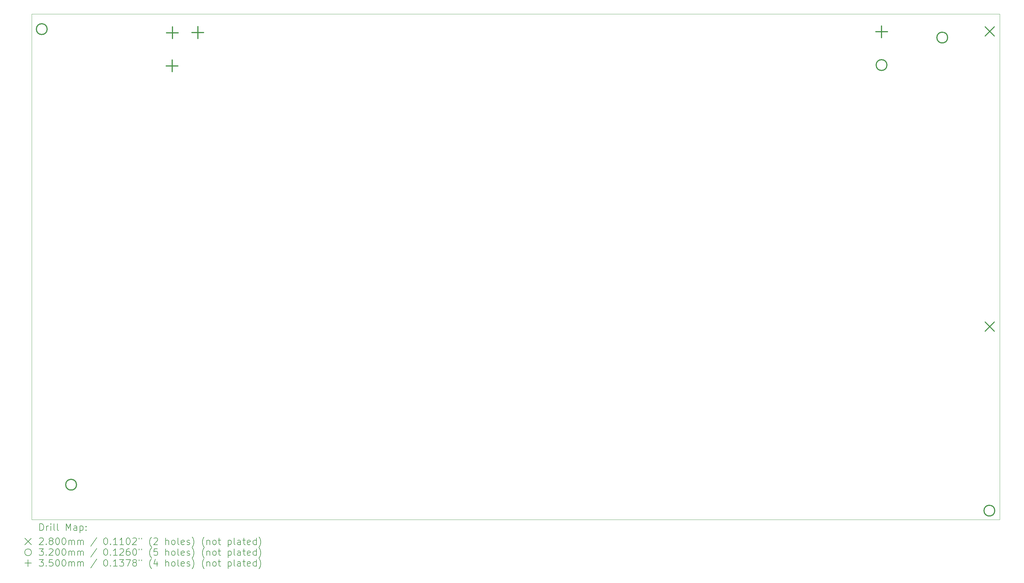
<source format=gbr>
%TF.GenerationSoftware,KiCad,Pcbnew,7.0.1*%
%TF.CreationDate,2024-03-20T10:55:28+03:00*%
%TF.ProjectId,delta48m,64656c74-6134-4386-9d2e-6b696361645f,1*%
%TF.SameCoordinates,Original*%
%TF.FileFunction,Drillmap*%
%TF.FilePolarity,Positive*%
%FSLAX45Y45*%
G04 Gerber Fmt 4.5, Leading zero omitted, Abs format (unit mm)*
G04 Created by KiCad (PCBNEW 7.0.1) date 2024-03-20 10:55:28*
%MOMM*%
%LPD*%
G01*
G04 APERTURE LIST*
%ADD10C,0.100000*%
%ADD11C,0.200000*%
%ADD12C,0.280000*%
%ADD13C,0.320000*%
%ADD14C,0.350000*%
G04 APERTURE END LIST*
D10*
X6960000Y-7140000D02*
X35660000Y-7140000D01*
X35660000Y-22140000D01*
X6960000Y-22140000D01*
X6960000Y-7140000D01*
D11*
D12*
X35225900Y-7516000D02*
X35505900Y-7796000D01*
X35505900Y-7516000D02*
X35225900Y-7796000D01*
X35225900Y-16266000D02*
X35505900Y-16546000D01*
X35505900Y-16266000D02*
X35225900Y-16546000D01*
D13*
X7420000Y-7590000D02*
G75*
G03*
X7420000Y-7590000I-160000J0D01*
G01*
X8290000Y-21100000D02*
G75*
G03*
X8290000Y-21100000I-160000J0D01*
G01*
X32319520Y-8655680D02*
G75*
G03*
X32319520Y-8655680I-160000J0D01*
G01*
X34120000Y-7840000D02*
G75*
G03*
X34120000Y-7840000I-160000J0D01*
G01*
X35516800Y-21869400D02*
G75*
G03*
X35516800Y-21869400I-160000J0D01*
G01*
D14*
X11125780Y-8503380D02*
X11125780Y-8853380D01*
X10950780Y-8678380D02*
X11300780Y-8678380D01*
X11133400Y-7523100D02*
X11133400Y-7873100D01*
X10958400Y-7698100D02*
X11308400Y-7698100D01*
X11887780Y-7518020D02*
X11887780Y-7868020D01*
X11712780Y-7693020D02*
X12062780Y-7693020D01*
X32160000Y-7495000D02*
X32160000Y-7845000D01*
X31985000Y-7670000D02*
X32335000Y-7670000D01*
D11*
X7202619Y-22457524D02*
X7202619Y-22257524D01*
X7202619Y-22257524D02*
X7250238Y-22257524D01*
X7250238Y-22257524D02*
X7278809Y-22267048D01*
X7278809Y-22267048D02*
X7297857Y-22286095D01*
X7297857Y-22286095D02*
X7307381Y-22305143D01*
X7307381Y-22305143D02*
X7316905Y-22343238D01*
X7316905Y-22343238D02*
X7316905Y-22371809D01*
X7316905Y-22371809D02*
X7307381Y-22409905D01*
X7307381Y-22409905D02*
X7297857Y-22428952D01*
X7297857Y-22428952D02*
X7278809Y-22448000D01*
X7278809Y-22448000D02*
X7250238Y-22457524D01*
X7250238Y-22457524D02*
X7202619Y-22457524D01*
X7402619Y-22457524D02*
X7402619Y-22324190D01*
X7402619Y-22362286D02*
X7412143Y-22343238D01*
X7412143Y-22343238D02*
X7421667Y-22333714D01*
X7421667Y-22333714D02*
X7440714Y-22324190D01*
X7440714Y-22324190D02*
X7459762Y-22324190D01*
X7526428Y-22457524D02*
X7526428Y-22324190D01*
X7526428Y-22257524D02*
X7516905Y-22267048D01*
X7516905Y-22267048D02*
X7526428Y-22276571D01*
X7526428Y-22276571D02*
X7535952Y-22267048D01*
X7535952Y-22267048D02*
X7526428Y-22257524D01*
X7526428Y-22257524D02*
X7526428Y-22276571D01*
X7650238Y-22457524D02*
X7631190Y-22448000D01*
X7631190Y-22448000D02*
X7621667Y-22428952D01*
X7621667Y-22428952D02*
X7621667Y-22257524D01*
X7755000Y-22457524D02*
X7735952Y-22448000D01*
X7735952Y-22448000D02*
X7726428Y-22428952D01*
X7726428Y-22428952D02*
X7726428Y-22257524D01*
X7983571Y-22457524D02*
X7983571Y-22257524D01*
X7983571Y-22257524D02*
X8050238Y-22400381D01*
X8050238Y-22400381D02*
X8116905Y-22257524D01*
X8116905Y-22257524D02*
X8116905Y-22457524D01*
X8297857Y-22457524D02*
X8297857Y-22352762D01*
X8297857Y-22352762D02*
X8288333Y-22333714D01*
X8288333Y-22333714D02*
X8269286Y-22324190D01*
X8269286Y-22324190D02*
X8231190Y-22324190D01*
X8231190Y-22324190D02*
X8212143Y-22333714D01*
X8297857Y-22448000D02*
X8278809Y-22457524D01*
X8278809Y-22457524D02*
X8231190Y-22457524D01*
X8231190Y-22457524D02*
X8212143Y-22448000D01*
X8212143Y-22448000D02*
X8202619Y-22428952D01*
X8202619Y-22428952D02*
X8202619Y-22409905D01*
X8202619Y-22409905D02*
X8212143Y-22390857D01*
X8212143Y-22390857D02*
X8231190Y-22381333D01*
X8231190Y-22381333D02*
X8278809Y-22381333D01*
X8278809Y-22381333D02*
X8297857Y-22371809D01*
X8393095Y-22324190D02*
X8393095Y-22524190D01*
X8393095Y-22333714D02*
X8412143Y-22324190D01*
X8412143Y-22324190D02*
X8450238Y-22324190D01*
X8450238Y-22324190D02*
X8469286Y-22333714D01*
X8469286Y-22333714D02*
X8478810Y-22343238D01*
X8478810Y-22343238D02*
X8488333Y-22362286D01*
X8488333Y-22362286D02*
X8488333Y-22419428D01*
X8488333Y-22419428D02*
X8478810Y-22438476D01*
X8478810Y-22438476D02*
X8469286Y-22448000D01*
X8469286Y-22448000D02*
X8450238Y-22457524D01*
X8450238Y-22457524D02*
X8412143Y-22457524D01*
X8412143Y-22457524D02*
X8393095Y-22448000D01*
X8574048Y-22438476D02*
X8583571Y-22448000D01*
X8583571Y-22448000D02*
X8574048Y-22457524D01*
X8574048Y-22457524D02*
X8564524Y-22448000D01*
X8564524Y-22448000D02*
X8574048Y-22438476D01*
X8574048Y-22438476D02*
X8574048Y-22457524D01*
X8574048Y-22333714D02*
X8583571Y-22343238D01*
X8583571Y-22343238D02*
X8574048Y-22352762D01*
X8574048Y-22352762D02*
X8564524Y-22343238D01*
X8564524Y-22343238D02*
X8574048Y-22333714D01*
X8574048Y-22333714D02*
X8574048Y-22352762D01*
X6755000Y-22685000D02*
X6955000Y-22885000D01*
X6955000Y-22685000D02*
X6755000Y-22885000D01*
X7193095Y-22696571D02*
X7202619Y-22687048D01*
X7202619Y-22687048D02*
X7221667Y-22677524D01*
X7221667Y-22677524D02*
X7269286Y-22677524D01*
X7269286Y-22677524D02*
X7288333Y-22687048D01*
X7288333Y-22687048D02*
X7297857Y-22696571D01*
X7297857Y-22696571D02*
X7307381Y-22715619D01*
X7307381Y-22715619D02*
X7307381Y-22734667D01*
X7307381Y-22734667D02*
X7297857Y-22763238D01*
X7297857Y-22763238D02*
X7183571Y-22877524D01*
X7183571Y-22877524D02*
X7307381Y-22877524D01*
X7393095Y-22858476D02*
X7402619Y-22868000D01*
X7402619Y-22868000D02*
X7393095Y-22877524D01*
X7393095Y-22877524D02*
X7383571Y-22868000D01*
X7383571Y-22868000D02*
X7393095Y-22858476D01*
X7393095Y-22858476D02*
X7393095Y-22877524D01*
X7516905Y-22763238D02*
X7497857Y-22753714D01*
X7497857Y-22753714D02*
X7488333Y-22744190D01*
X7488333Y-22744190D02*
X7478809Y-22725143D01*
X7478809Y-22725143D02*
X7478809Y-22715619D01*
X7478809Y-22715619D02*
X7488333Y-22696571D01*
X7488333Y-22696571D02*
X7497857Y-22687048D01*
X7497857Y-22687048D02*
X7516905Y-22677524D01*
X7516905Y-22677524D02*
X7555000Y-22677524D01*
X7555000Y-22677524D02*
X7574048Y-22687048D01*
X7574048Y-22687048D02*
X7583571Y-22696571D01*
X7583571Y-22696571D02*
X7593095Y-22715619D01*
X7593095Y-22715619D02*
X7593095Y-22725143D01*
X7593095Y-22725143D02*
X7583571Y-22744190D01*
X7583571Y-22744190D02*
X7574048Y-22753714D01*
X7574048Y-22753714D02*
X7555000Y-22763238D01*
X7555000Y-22763238D02*
X7516905Y-22763238D01*
X7516905Y-22763238D02*
X7497857Y-22772762D01*
X7497857Y-22772762D02*
X7488333Y-22782286D01*
X7488333Y-22782286D02*
X7478809Y-22801333D01*
X7478809Y-22801333D02*
X7478809Y-22839428D01*
X7478809Y-22839428D02*
X7488333Y-22858476D01*
X7488333Y-22858476D02*
X7497857Y-22868000D01*
X7497857Y-22868000D02*
X7516905Y-22877524D01*
X7516905Y-22877524D02*
X7555000Y-22877524D01*
X7555000Y-22877524D02*
X7574048Y-22868000D01*
X7574048Y-22868000D02*
X7583571Y-22858476D01*
X7583571Y-22858476D02*
X7593095Y-22839428D01*
X7593095Y-22839428D02*
X7593095Y-22801333D01*
X7593095Y-22801333D02*
X7583571Y-22782286D01*
X7583571Y-22782286D02*
X7574048Y-22772762D01*
X7574048Y-22772762D02*
X7555000Y-22763238D01*
X7716905Y-22677524D02*
X7735952Y-22677524D01*
X7735952Y-22677524D02*
X7755000Y-22687048D01*
X7755000Y-22687048D02*
X7764524Y-22696571D01*
X7764524Y-22696571D02*
X7774048Y-22715619D01*
X7774048Y-22715619D02*
X7783571Y-22753714D01*
X7783571Y-22753714D02*
X7783571Y-22801333D01*
X7783571Y-22801333D02*
X7774048Y-22839428D01*
X7774048Y-22839428D02*
X7764524Y-22858476D01*
X7764524Y-22858476D02*
X7755000Y-22868000D01*
X7755000Y-22868000D02*
X7735952Y-22877524D01*
X7735952Y-22877524D02*
X7716905Y-22877524D01*
X7716905Y-22877524D02*
X7697857Y-22868000D01*
X7697857Y-22868000D02*
X7688333Y-22858476D01*
X7688333Y-22858476D02*
X7678809Y-22839428D01*
X7678809Y-22839428D02*
X7669286Y-22801333D01*
X7669286Y-22801333D02*
X7669286Y-22753714D01*
X7669286Y-22753714D02*
X7678809Y-22715619D01*
X7678809Y-22715619D02*
X7688333Y-22696571D01*
X7688333Y-22696571D02*
X7697857Y-22687048D01*
X7697857Y-22687048D02*
X7716905Y-22677524D01*
X7907381Y-22677524D02*
X7926429Y-22677524D01*
X7926429Y-22677524D02*
X7945476Y-22687048D01*
X7945476Y-22687048D02*
X7955000Y-22696571D01*
X7955000Y-22696571D02*
X7964524Y-22715619D01*
X7964524Y-22715619D02*
X7974048Y-22753714D01*
X7974048Y-22753714D02*
X7974048Y-22801333D01*
X7974048Y-22801333D02*
X7964524Y-22839428D01*
X7964524Y-22839428D02*
X7955000Y-22858476D01*
X7955000Y-22858476D02*
X7945476Y-22868000D01*
X7945476Y-22868000D02*
X7926429Y-22877524D01*
X7926429Y-22877524D02*
X7907381Y-22877524D01*
X7907381Y-22877524D02*
X7888333Y-22868000D01*
X7888333Y-22868000D02*
X7878809Y-22858476D01*
X7878809Y-22858476D02*
X7869286Y-22839428D01*
X7869286Y-22839428D02*
X7859762Y-22801333D01*
X7859762Y-22801333D02*
X7859762Y-22753714D01*
X7859762Y-22753714D02*
X7869286Y-22715619D01*
X7869286Y-22715619D02*
X7878809Y-22696571D01*
X7878809Y-22696571D02*
X7888333Y-22687048D01*
X7888333Y-22687048D02*
X7907381Y-22677524D01*
X8059762Y-22877524D02*
X8059762Y-22744190D01*
X8059762Y-22763238D02*
X8069286Y-22753714D01*
X8069286Y-22753714D02*
X8088333Y-22744190D01*
X8088333Y-22744190D02*
X8116905Y-22744190D01*
X8116905Y-22744190D02*
X8135952Y-22753714D01*
X8135952Y-22753714D02*
X8145476Y-22772762D01*
X8145476Y-22772762D02*
X8145476Y-22877524D01*
X8145476Y-22772762D02*
X8155000Y-22753714D01*
X8155000Y-22753714D02*
X8174048Y-22744190D01*
X8174048Y-22744190D02*
X8202619Y-22744190D01*
X8202619Y-22744190D02*
X8221667Y-22753714D01*
X8221667Y-22753714D02*
X8231190Y-22772762D01*
X8231190Y-22772762D02*
X8231190Y-22877524D01*
X8326429Y-22877524D02*
X8326429Y-22744190D01*
X8326429Y-22763238D02*
X8335952Y-22753714D01*
X8335952Y-22753714D02*
X8355000Y-22744190D01*
X8355000Y-22744190D02*
X8383571Y-22744190D01*
X8383571Y-22744190D02*
X8402619Y-22753714D01*
X8402619Y-22753714D02*
X8412143Y-22772762D01*
X8412143Y-22772762D02*
X8412143Y-22877524D01*
X8412143Y-22772762D02*
X8421667Y-22753714D01*
X8421667Y-22753714D02*
X8440714Y-22744190D01*
X8440714Y-22744190D02*
X8469286Y-22744190D01*
X8469286Y-22744190D02*
X8488333Y-22753714D01*
X8488333Y-22753714D02*
X8497857Y-22772762D01*
X8497857Y-22772762D02*
X8497857Y-22877524D01*
X8888333Y-22668000D02*
X8716905Y-22925143D01*
X9145476Y-22677524D02*
X9164524Y-22677524D01*
X9164524Y-22677524D02*
X9183572Y-22687048D01*
X9183572Y-22687048D02*
X9193095Y-22696571D01*
X9193095Y-22696571D02*
X9202619Y-22715619D01*
X9202619Y-22715619D02*
X9212143Y-22753714D01*
X9212143Y-22753714D02*
X9212143Y-22801333D01*
X9212143Y-22801333D02*
X9202619Y-22839428D01*
X9202619Y-22839428D02*
X9193095Y-22858476D01*
X9193095Y-22858476D02*
X9183572Y-22868000D01*
X9183572Y-22868000D02*
X9164524Y-22877524D01*
X9164524Y-22877524D02*
X9145476Y-22877524D01*
X9145476Y-22877524D02*
X9126429Y-22868000D01*
X9126429Y-22868000D02*
X9116905Y-22858476D01*
X9116905Y-22858476D02*
X9107381Y-22839428D01*
X9107381Y-22839428D02*
X9097857Y-22801333D01*
X9097857Y-22801333D02*
X9097857Y-22753714D01*
X9097857Y-22753714D02*
X9107381Y-22715619D01*
X9107381Y-22715619D02*
X9116905Y-22696571D01*
X9116905Y-22696571D02*
X9126429Y-22687048D01*
X9126429Y-22687048D02*
X9145476Y-22677524D01*
X9297857Y-22858476D02*
X9307381Y-22868000D01*
X9307381Y-22868000D02*
X9297857Y-22877524D01*
X9297857Y-22877524D02*
X9288334Y-22868000D01*
X9288334Y-22868000D02*
X9297857Y-22858476D01*
X9297857Y-22858476D02*
X9297857Y-22877524D01*
X9497857Y-22877524D02*
X9383572Y-22877524D01*
X9440714Y-22877524D02*
X9440714Y-22677524D01*
X9440714Y-22677524D02*
X9421667Y-22706095D01*
X9421667Y-22706095D02*
X9402619Y-22725143D01*
X9402619Y-22725143D02*
X9383572Y-22734667D01*
X9688334Y-22877524D02*
X9574048Y-22877524D01*
X9631191Y-22877524D02*
X9631191Y-22677524D01*
X9631191Y-22677524D02*
X9612143Y-22706095D01*
X9612143Y-22706095D02*
X9593095Y-22725143D01*
X9593095Y-22725143D02*
X9574048Y-22734667D01*
X9812143Y-22677524D02*
X9831191Y-22677524D01*
X9831191Y-22677524D02*
X9850238Y-22687048D01*
X9850238Y-22687048D02*
X9859762Y-22696571D01*
X9859762Y-22696571D02*
X9869286Y-22715619D01*
X9869286Y-22715619D02*
X9878810Y-22753714D01*
X9878810Y-22753714D02*
X9878810Y-22801333D01*
X9878810Y-22801333D02*
X9869286Y-22839428D01*
X9869286Y-22839428D02*
X9859762Y-22858476D01*
X9859762Y-22858476D02*
X9850238Y-22868000D01*
X9850238Y-22868000D02*
X9831191Y-22877524D01*
X9831191Y-22877524D02*
X9812143Y-22877524D01*
X9812143Y-22877524D02*
X9793095Y-22868000D01*
X9793095Y-22868000D02*
X9783572Y-22858476D01*
X9783572Y-22858476D02*
X9774048Y-22839428D01*
X9774048Y-22839428D02*
X9764524Y-22801333D01*
X9764524Y-22801333D02*
X9764524Y-22753714D01*
X9764524Y-22753714D02*
X9774048Y-22715619D01*
X9774048Y-22715619D02*
X9783572Y-22696571D01*
X9783572Y-22696571D02*
X9793095Y-22687048D01*
X9793095Y-22687048D02*
X9812143Y-22677524D01*
X9955000Y-22696571D02*
X9964524Y-22687048D01*
X9964524Y-22687048D02*
X9983572Y-22677524D01*
X9983572Y-22677524D02*
X10031191Y-22677524D01*
X10031191Y-22677524D02*
X10050238Y-22687048D01*
X10050238Y-22687048D02*
X10059762Y-22696571D01*
X10059762Y-22696571D02*
X10069286Y-22715619D01*
X10069286Y-22715619D02*
X10069286Y-22734667D01*
X10069286Y-22734667D02*
X10059762Y-22763238D01*
X10059762Y-22763238D02*
X9945476Y-22877524D01*
X9945476Y-22877524D02*
X10069286Y-22877524D01*
X10145476Y-22677524D02*
X10145476Y-22715619D01*
X10221667Y-22677524D02*
X10221667Y-22715619D01*
X10516905Y-22953714D02*
X10507381Y-22944190D01*
X10507381Y-22944190D02*
X10488334Y-22915619D01*
X10488334Y-22915619D02*
X10478810Y-22896571D01*
X10478810Y-22896571D02*
X10469286Y-22868000D01*
X10469286Y-22868000D02*
X10459762Y-22820381D01*
X10459762Y-22820381D02*
X10459762Y-22782286D01*
X10459762Y-22782286D02*
X10469286Y-22734667D01*
X10469286Y-22734667D02*
X10478810Y-22706095D01*
X10478810Y-22706095D02*
X10488334Y-22687048D01*
X10488334Y-22687048D02*
X10507381Y-22658476D01*
X10507381Y-22658476D02*
X10516905Y-22648952D01*
X10583572Y-22696571D02*
X10593096Y-22687048D01*
X10593096Y-22687048D02*
X10612143Y-22677524D01*
X10612143Y-22677524D02*
X10659762Y-22677524D01*
X10659762Y-22677524D02*
X10678810Y-22687048D01*
X10678810Y-22687048D02*
X10688334Y-22696571D01*
X10688334Y-22696571D02*
X10697857Y-22715619D01*
X10697857Y-22715619D02*
X10697857Y-22734667D01*
X10697857Y-22734667D02*
X10688334Y-22763238D01*
X10688334Y-22763238D02*
X10574048Y-22877524D01*
X10574048Y-22877524D02*
X10697857Y-22877524D01*
X10935953Y-22877524D02*
X10935953Y-22677524D01*
X11021667Y-22877524D02*
X11021667Y-22772762D01*
X11021667Y-22772762D02*
X11012143Y-22753714D01*
X11012143Y-22753714D02*
X10993096Y-22744190D01*
X10993096Y-22744190D02*
X10964524Y-22744190D01*
X10964524Y-22744190D02*
X10945477Y-22753714D01*
X10945477Y-22753714D02*
X10935953Y-22763238D01*
X11145477Y-22877524D02*
X11126429Y-22868000D01*
X11126429Y-22868000D02*
X11116905Y-22858476D01*
X11116905Y-22858476D02*
X11107381Y-22839428D01*
X11107381Y-22839428D02*
X11107381Y-22782286D01*
X11107381Y-22782286D02*
X11116905Y-22763238D01*
X11116905Y-22763238D02*
X11126429Y-22753714D01*
X11126429Y-22753714D02*
X11145477Y-22744190D01*
X11145477Y-22744190D02*
X11174048Y-22744190D01*
X11174048Y-22744190D02*
X11193096Y-22753714D01*
X11193096Y-22753714D02*
X11202619Y-22763238D01*
X11202619Y-22763238D02*
X11212143Y-22782286D01*
X11212143Y-22782286D02*
X11212143Y-22839428D01*
X11212143Y-22839428D02*
X11202619Y-22858476D01*
X11202619Y-22858476D02*
X11193096Y-22868000D01*
X11193096Y-22868000D02*
X11174048Y-22877524D01*
X11174048Y-22877524D02*
X11145477Y-22877524D01*
X11326429Y-22877524D02*
X11307381Y-22868000D01*
X11307381Y-22868000D02*
X11297857Y-22848952D01*
X11297857Y-22848952D02*
X11297857Y-22677524D01*
X11478810Y-22868000D02*
X11459762Y-22877524D01*
X11459762Y-22877524D02*
X11421667Y-22877524D01*
X11421667Y-22877524D02*
X11402619Y-22868000D01*
X11402619Y-22868000D02*
X11393096Y-22848952D01*
X11393096Y-22848952D02*
X11393096Y-22772762D01*
X11393096Y-22772762D02*
X11402619Y-22753714D01*
X11402619Y-22753714D02*
X11421667Y-22744190D01*
X11421667Y-22744190D02*
X11459762Y-22744190D01*
X11459762Y-22744190D02*
X11478810Y-22753714D01*
X11478810Y-22753714D02*
X11488334Y-22772762D01*
X11488334Y-22772762D02*
X11488334Y-22791809D01*
X11488334Y-22791809D02*
X11393096Y-22810857D01*
X11564524Y-22868000D02*
X11583572Y-22877524D01*
X11583572Y-22877524D02*
X11621667Y-22877524D01*
X11621667Y-22877524D02*
X11640715Y-22868000D01*
X11640715Y-22868000D02*
X11650238Y-22848952D01*
X11650238Y-22848952D02*
X11650238Y-22839428D01*
X11650238Y-22839428D02*
X11640715Y-22820381D01*
X11640715Y-22820381D02*
X11621667Y-22810857D01*
X11621667Y-22810857D02*
X11593096Y-22810857D01*
X11593096Y-22810857D02*
X11574048Y-22801333D01*
X11574048Y-22801333D02*
X11564524Y-22782286D01*
X11564524Y-22782286D02*
X11564524Y-22772762D01*
X11564524Y-22772762D02*
X11574048Y-22753714D01*
X11574048Y-22753714D02*
X11593096Y-22744190D01*
X11593096Y-22744190D02*
X11621667Y-22744190D01*
X11621667Y-22744190D02*
X11640715Y-22753714D01*
X11716905Y-22953714D02*
X11726429Y-22944190D01*
X11726429Y-22944190D02*
X11745477Y-22915619D01*
X11745477Y-22915619D02*
X11755000Y-22896571D01*
X11755000Y-22896571D02*
X11764524Y-22868000D01*
X11764524Y-22868000D02*
X11774048Y-22820381D01*
X11774048Y-22820381D02*
X11774048Y-22782286D01*
X11774048Y-22782286D02*
X11764524Y-22734667D01*
X11764524Y-22734667D02*
X11755000Y-22706095D01*
X11755000Y-22706095D02*
X11745477Y-22687048D01*
X11745477Y-22687048D02*
X11726429Y-22658476D01*
X11726429Y-22658476D02*
X11716905Y-22648952D01*
X12078810Y-22953714D02*
X12069286Y-22944190D01*
X12069286Y-22944190D02*
X12050238Y-22915619D01*
X12050238Y-22915619D02*
X12040715Y-22896571D01*
X12040715Y-22896571D02*
X12031191Y-22868000D01*
X12031191Y-22868000D02*
X12021667Y-22820381D01*
X12021667Y-22820381D02*
X12021667Y-22782286D01*
X12021667Y-22782286D02*
X12031191Y-22734667D01*
X12031191Y-22734667D02*
X12040715Y-22706095D01*
X12040715Y-22706095D02*
X12050238Y-22687048D01*
X12050238Y-22687048D02*
X12069286Y-22658476D01*
X12069286Y-22658476D02*
X12078810Y-22648952D01*
X12155000Y-22744190D02*
X12155000Y-22877524D01*
X12155000Y-22763238D02*
X12164524Y-22753714D01*
X12164524Y-22753714D02*
X12183572Y-22744190D01*
X12183572Y-22744190D02*
X12212143Y-22744190D01*
X12212143Y-22744190D02*
X12231191Y-22753714D01*
X12231191Y-22753714D02*
X12240715Y-22772762D01*
X12240715Y-22772762D02*
X12240715Y-22877524D01*
X12364524Y-22877524D02*
X12345477Y-22868000D01*
X12345477Y-22868000D02*
X12335953Y-22858476D01*
X12335953Y-22858476D02*
X12326429Y-22839428D01*
X12326429Y-22839428D02*
X12326429Y-22782286D01*
X12326429Y-22782286D02*
X12335953Y-22763238D01*
X12335953Y-22763238D02*
X12345477Y-22753714D01*
X12345477Y-22753714D02*
X12364524Y-22744190D01*
X12364524Y-22744190D02*
X12393096Y-22744190D01*
X12393096Y-22744190D02*
X12412143Y-22753714D01*
X12412143Y-22753714D02*
X12421667Y-22763238D01*
X12421667Y-22763238D02*
X12431191Y-22782286D01*
X12431191Y-22782286D02*
X12431191Y-22839428D01*
X12431191Y-22839428D02*
X12421667Y-22858476D01*
X12421667Y-22858476D02*
X12412143Y-22868000D01*
X12412143Y-22868000D02*
X12393096Y-22877524D01*
X12393096Y-22877524D02*
X12364524Y-22877524D01*
X12488334Y-22744190D02*
X12564524Y-22744190D01*
X12516905Y-22677524D02*
X12516905Y-22848952D01*
X12516905Y-22848952D02*
X12526429Y-22868000D01*
X12526429Y-22868000D02*
X12545477Y-22877524D01*
X12545477Y-22877524D02*
X12564524Y-22877524D01*
X12783572Y-22744190D02*
X12783572Y-22944190D01*
X12783572Y-22753714D02*
X12802619Y-22744190D01*
X12802619Y-22744190D02*
X12840715Y-22744190D01*
X12840715Y-22744190D02*
X12859762Y-22753714D01*
X12859762Y-22753714D02*
X12869286Y-22763238D01*
X12869286Y-22763238D02*
X12878810Y-22782286D01*
X12878810Y-22782286D02*
X12878810Y-22839428D01*
X12878810Y-22839428D02*
X12869286Y-22858476D01*
X12869286Y-22858476D02*
X12859762Y-22868000D01*
X12859762Y-22868000D02*
X12840715Y-22877524D01*
X12840715Y-22877524D02*
X12802619Y-22877524D01*
X12802619Y-22877524D02*
X12783572Y-22868000D01*
X12993096Y-22877524D02*
X12974048Y-22868000D01*
X12974048Y-22868000D02*
X12964524Y-22848952D01*
X12964524Y-22848952D02*
X12964524Y-22677524D01*
X13155000Y-22877524D02*
X13155000Y-22772762D01*
X13155000Y-22772762D02*
X13145477Y-22753714D01*
X13145477Y-22753714D02*
X13126429Y-22744190D01*
X13126429Y-22744190D02*
X13088334Y-22744190D01*
X13088334Y-22744190D02*
X13069286Y-22753714D01*
X13155000Y-22868000D02*
X13135953Y-22877524D01*
X13135953Y-22877524D02*
X13088334Y-22877524D01*
X13088334Y-22877524D02*
X13069286Y-22868000D01*
X13069286Y-22868000D02*
X13059762Y-22848952D01*
X13059762Y-22848952D02*
X13059762Y-22829905D01*
X13059762Y-22829905D02*
X13069286Y-22810857D01*
X13069286Y-22810857D02*
X13088334Y-22801333D01*
X13088334Y-22801333D02*
X13135953Y-22801333D01*
X13135953Y-22801333D02*
X13155000Y-22791809D01*
X13221667Y-22744190D02*
X13297858Y-22744190D01*
X13250239Y-22677524D02*
X13250239Y-22848952D01*
X13250239Y-22848952D02*
X13259762Y-22868000D01*
X13259762Y-22868000D02*
X13278810Y-22877524D01*
X13278810Y-22877524D02*
X13297858Y-22877524D01*
X13440715Y-22868000D02*
X13421667Y-22877524D01*
X13421667Y-22877524D02*
X13383572Y-22877524D01*
X13383572Y-22877524D02*
X13364524Y-22868000D01*
X13364524Y-22868000D02*
X13355000Y-22848952D01*
X13355000Y-22848952D02*
X13355000Y-22772762D01*
X13355000Y-22772762D02*
X13364524Y-22753714D01*
X13364524Y-22753714D02*
X13383572Y-22744190D01*
X13383572Y-22744190D02*
X13421667Y-22744190D01*
X13421667Y-22744190D02*
X13440715Y-22753714D01*
X13440715Y-22753714D02*
X13450239Y-22772762D01*
X13450239Y-22772762D02*
X13450239Y-22791809D01*
X13450239Y-22791809D02*
X13355000Y-22810857D01*
X13621667Y-22877524D02*
X13621667Y-22677524D01*
X13621667Y-22868000D02*
X13602620Y-22877524D01*
X13602620Y-22877524D02*
X13564524Y-22877524D01*
X13564524Y-22877524D02*
X13545477Y-22868000D01*
X13545477Y-22868000D02*
X13535953Y-22858476D01*
X13535953Y-22858476D02*
X13526429Y-22839428D01*
X13526429Y-22839428D02*
X13526429Y-22782286D01*
X13526429Y-22782286D02*
X13535953Y-22763238D01*
X13535953Y-22763238D02*
X13545477Y-22753714D01*
X13545477Y-22753714D02*
X13564524Y-22744190D01*
X13564524Y-22744190D02*
X13602620Y-22744190D01*
X13602620Y-22744190D02*
X13621667Y-22753714D01*
X13697858Y-22953714D02*
X13707381Y-22944190D01*
X13707381Y-22944190D02*
X13726429Y-22915619D01*
X13726429Y-22915619D02*
X13735953Y-22896571D01*
X13735953Y-22896571D02*
X13745477Y-22868000D01*
X13745477Y-22868000D02*
X13755000Y-22820381D01*
X13755000Y-22820381D02*
X13755000Y-22782286D01*
X13755000Y-22782286D02*
X13745477Y-22734667D01*
X13745477Y-22734667D02*
X13735953Y-22706095D01*
X13735953Y-22706095D02*
X13726429Y-22687048D01*
X13726429Y-22687048D02*
X13707381Y-22658476D01*
X13707381Y-22658476D02*
X13697858Y-22648952D01*
X6955000Y-23105000D02*
G75*
G03*
X6955000Y-23105000I-100000J0D01*
G01*
X7183571Y-22997524D02*
X7307381Y-22997524D01*
X7307381Y-22997524D02*
X7240714Y-23073714D01*
X7240714Y-23073714D02*
X7269286Y-23073714D01*
X7269286Y-23073714D02*
X7288333Y-23083238D01*
X7288333Y-23083238D02*
X7297857Y-23092762D01*
X7297857Y-23092762D02*
X7307381Y-23111809D01*
X7307381Y-23111809D02*
X7307381Y-23159428D01*
X7307381Y-23159428D02*
X7297857Y-23178476D01*
X7297857Y-23178476D02*
X7288333Y-23188000D01*
X7288333Y-23188000D02*
X7269286Y-23197524D01*
X7269286Y-23197524D02*
X7212143Y-23197524D01*
X7212143Y-23197524D02*
X7193095Y-23188000D01*
X7193095Y-23188000D02*
X7183571Y-23178476D01*
X7393095Y-23178476D02*
X7402619Y-23188000D01*
X7402619Y-23188000D02*
X7393095Y-23197524D01*
X7393095Y-23197524D02*
X7383571Y-23188000D01*
X7383571Y-23188000D02*
X7393095Y-23178476D01*
X7393095Y-23178476D02*
X7393095Y-23197524D01*
X7478809Y-23016571D02*
X7488333Y-23007048D01*
X7488333Y-23007048D02*
X7507381Y-22997524D01*
X7507381Y-22997524D02*
X7555000Y-22997524D01*
X7555000Y-22997524D02*
X7574048Y-23007048D01*
X7574048Y-23007048D02*
X7583571Y-23016571D01*
X7583571Y-23016571D02*
X7593095Y-23035619D01*
X7593095Y-23035619D02*
X7593095Y-23054667D01*
X7593095Y-23054667D02*
X7583571Y-23083238D01*
X7583571Y-23083238D02*
X7469286Y-23197524D01*
X7469286Y-23197524D02*
X7593095Y-23197524D01*
X7716905Y-22997524D02*
X7735952Y-22997524D01*
X7735952Y-22997524D02*
X7755000Y-23007048D01*
X7755000Y-23007048D02*
X7764524Y-23016571D01*
X7764524Y-23016571D02*
X7774048Y-23035619D01*
X7774048Y-23035619D02*
X7783571Y-23073714D01*
X7783571Y-23073714D02*
X7783571Y-23121333D01*
X7783571Y-23121333D02*
X7774048Y-23159428D01*
X7774048Y-23159428D02*
X7764524Y-23178476D01*
X7764524Y-23178476D02*
X7755000Y-23188000D01*
X7755000Y-23188000D02*
X7735952Y-23197524D01*
X7735952Y-23197524D02*
X7716905Y-23197524D01*
X7716905Y-23197524D02*
X7697857Y-23188000D01*
X7697857Y-23188000D02*
X7688333Y-23178476D01*
X7688333Y-23178476D02*
X7678809Y-23159428D01*
X7678809Y-23159428D02*
X7669286Y-23121333D01*
X7669286Y-23121333D02*
X7669286Y-23073714D01*
X7669286Y-23073714D02*
X7678809Y-23035619D01*
X7678809Y-23035619D02*
X7688333Y-23016571D01*
X7688333Y-23016571D02*
X7697857Y-23007048D01*
X7697857Y-23007048D02*
X7716905Y-22997524D01*
X7907381Y-22997524D02*
X7926429Y-22997524D01*
X7926429Y-22997524D02*
X7945476Y-23007048D01*
X7945476Y-23007048D02*
X7955000Y-23016571D01*
X7955000Y-23016571D02*
X7964524Y-23035619D01*
X7964524Y-23035619D02*
X7974048Y-23073714D01*
X7974048Y-23073714D02*
X7974048Y-23121333D01*
X7974048Y-23121333D02*
X7964524Y-23159428D01*
X7964524Y-23159428D02*
X7955000Y-23178476D01*
X7955000Y-23178476D02*
X7945476Y-23188000D01*
X7945476Y-23188000D02*
X7926429Y-23197524D01*
X7926429Y-23197524D02*
X7907381Y-23197524D01*
X7907381Y-23197524D02*
X7888333Y-23188000D01*
X7888333Y-23188000D02*
X7878809Y-23178476D01*
X7878809Y-23178476D02*
X7869286Y-23159428D01*
X7869286Y-23159428D02*
X7859762Y-23121333D01*
X7859762Y-23121333D02*
X7859762Y-23073714D01*
X7859762Y-23073714D02*
X7869286Y-23035619D01*
X7869286Y-23035619D02*
X7878809Y-23016571D01*
X7878809Y-23016571D02*
X7888333Y-23007048D01*
X7888333Y-23007048D02*
X7907381Y-22997524D01*
X8059762Y-23197524D02*
X8059762Y-23064190D01*
X8059762Y-23083238D02*
X8069286Y-23073714D01*
X8069286Y-23073714D02*
X8088333Y-23064190D01*
X8088333Y-23064190D02*
X8116905Y-23064190D01*
X8116905Y-23064190D02*
X8135952Y-23073714D01*
X8135952Y-23073714D02*
X8145476Y-23092762D01*
X8145476Y-23092762D02*
X8145476Y-23197524D01*
X8145476Y-23092762D02*
X8155000Y-23073714D01*
X8155000Y-23073714D02*
X8174048Y-23064190D01*
X8174048Y-23064190D02*
X8202619Y-23064190D01*
X8202619Y-23064190D02*
X8221667Y-23073714D01*
X8221667Y-23073714D02*
X8231190Y-23092762D01*
X8231190Y-23092762D02*
X8231190Y-23197524D01*
X8326429Y-23197524D02*
X8326429Y-23064190D01*
X8326429Y-23083238D02*
X8335952Y-23073714D01*
X8335952Y-23073714D02*
X8355000Y-23064190D01*
X8355000Y-23064190D02*
X8383571Y-23064190D01*
X8383571Y-23064190D02*
X8402619Y-23073714D01*
X8402619Y-23073714D02*
X8412143Y-23092762D01*
X8412143Y-23092762D02*
X8412143Y-23197524D01*
X8412143Y-23092762D02*
X8421667Y-23073714D01*
X8421667Y-23073714D02*
X8440714Y-23064190D01*
X8440714Y-23064190D02*
X8469286Y-23064190D01*
X8469286Y-23064190D02*
X8488333Y-23073714D01*
X8488333Y-23073714D02*
X8497857Y-23092762D01*
X8497857Y-23092762D02*
X8497857Y-23197524D01*
X8888333Y-22988000D02*
X8716905Y-23245143D01*
X9145476Y-22997524D02*
X9164524Y-22997524D01*
X9164524Y-22997524D02*
X9183572Y-23007048D01*
X9183572Y-23007048D02*
X9193095Y-23016571D01*
X9193095Y-23016571D02*
X9202619Y-23035619D01*
X9202619Y-23035619D02*
X9212143Y-23073714D01*
X9212143Y-23073714D02*
X9212143Y-23121333D01*
X9212143Y-23121333D02*
X9202619Y-23159428D01*
X9202619Y-23159428D02*
X9193095Y-23178476D01*
X9193095Y-23178476D02*
X9183572Y-23188000D01*
X9183572Y-23188000D02*
X9164524Y-23197524D01*
X9164524Y-23197524D02*
X9145476Y-23197524D01*
X9145476Y-23197524D02*
X9126429Y-23188000D01*
X9126429Y-23188000D02*
X9116905Y-23178476D01*
X9116905Y-23178476D02*
X9107381Y-23159428D01*
X9107381Y-23159428D02*
X9097857Y-23121333D01*
X9097857Y-23121333D02*
X9097857Y-23073714D01*
X9097857Y-23073714D02*
X9107381Y-23035619D01*
X9107381Y-23035619D02*
X9116905Y-23016571D01*
X9116905Y-23016571D02*
X9126429Y-23007048D01*
X9126429Y-23007048D02*
X9145476Y-22997524D01*
X9297857Y-23178476D02*
X9307381Y-23188000D01*
X9307381Y-23188000D02*
X9297857Y-23197524D01*
X9297857Y-23197524D02*
X9288334Y-23188000D01*
X9288334Y-23188000D02*
X9297857Y-23178476D01*
X9297857Y-23178476D02*
X9297857Y-23197524D01*
X9497857Y-23197524D02*
X9383572Y-23197524D01*
X9440714Y-23197524D02*
X9440714Y-22997524D01*
X9440714Y-22997524D02*
X9421667Y-23026095D01*
X9421667Y-23026095D02*
X9402619Y-23045143D01*
X9402619Y-23045143D02*
X9383572Y-23054667D01*
X9574048Y-23016571D02*
X9583572Y-23007048D01*
X9583572Y-23007048D02*
X9602619Y-22997524D01*
X9602619Y-22997524D02*
X9650238Y-22997524D01*
X9650238Y-22997524D02*
X9669286Y-23007048D01*
X9669286Y-23007048D02*
X9678810Y-23016571D01*
X9678810Y-23016571D02*
X9688334Y-23035619D01*
X9688334Y-23035619D02*
X9688334Y-23054667D01*
X9688334Y-23054667D02*
X9678810Y-23083238D01*
X9678810Y-23083238D02*
X9564524Y-23197524D01*
X9564524Y-23197524D02*
X9688334Y-23197524D01*
X9859762Y-22997524D02*
X9821667Y-22997524D01*
X9821667Y-22997524D02*
X9802619Y-23007048D01*
X9802619Y-23007048D02*
X9793095Y-23016571D01*
X9793095Y-23016571D02*
X9774048Y-23045143D01*
X9774048Y-23045143D02*
X9764524Y-23083238D01*
X9764524Y-23083238D02*
X9764524Y-23159428D01*
X9764524Y-23159428D02*
X9774048Y-23178476D01*
X9774048Y-23178476D02*
X9783572Y-23188000D01*
X9783572Y-23188000D02*
X9802619Y-23197524D01*
X9802619Y-23197524D02*
X9840715Y-23197524D01*
X9840715Y-23197524D02*
X9859762Y-23188000D01*
X9859762Y-23188000D02*
X9869286Y-23178476D01*
X9869286Y-23178476D02*
X9878810Y-23159428D01*
X9878810Y-23159428D02*
X9878810Y-23111809D01*
X9878810Y-23111809D02*
X9869286Y-23092762D01*
X9869286Y-23092762D02*
X9859762Y-23083238D01*
X9859762Y-23083238D02*
X9840715Y-23073714D01*
X9840715Y-23073714D02*
X9802619Y-23073714D01*
X9802619Y-23073714D02*
X9783572Y-23083238D01*
X9783572Y-23083238D02*
X9774048Y-23092762D01*
X9774048Y-23092762D02*
X9764524Y-23111809D01*
X10002619Y-22997524D02*
X10021667Y-22997524D01*
X10021667Y-22997524D02*
X10040715Y-23007048D01*
X10040715Y-23007048D02*
X10050238Y-23016571D01*
X10050238Y-23016571D02*
X10059762Y-23035619D01*
X10059762Y-23035619D02*
X10069286Y-23073714D01*
X10069286Y-23073714D02*
X10069286Y-23121333D01*
X10069286Y-23121333D02*
X10059762Y-23159428D01*
X10059762Y-23159428D02*
X10050238Y-23178476D01*
X10050238Y-23178476D02*
X10040715Y-23188000D01*
X10040715Y-23188000D02*
X10021667Y-23197524D01*
X10021667Y-23197524D02*
X10002619Y-23197524D01*
X10002619Y-23197524D02*
X9983572Y-23188000D01*
X9983572Y-23188000D02*
X9974048Y-23178476D01*
X9974048Y-23178476D02*
X9964524Y-23159428D01*
X9964524Y-23159428D02*
X9955000Y-23121333D01*
X9955000Y-23121333D02*
X9955000Y-23073714D01*
X9955000Y-23073714D02*
X9964524Y-23035619D01*
X9964524Y-23035619D02*
X9974048Y-23016571D01*
X9974048Y-23016571D02*
X9983572Y-23007048D01*
X9983572Y-23007048D02*
X10002619Y-22997524D01*
X10145476Y-22997524D02*
X10145476Y-23035619D01*
X10221667Y-22997524D02*
X10221667Y-23035619D01*
X10516905Y-23273714D02*
X10507381Y-23264190D01*
X10507381Y-23264190D02*
X10488334Y-23235619D01*
X10488334Y-23235619D02*
X10478810Y-23216571D01*
X10478810Y-23216571D02*
X10469286Y-23188000D01*
X10469286Y-23188000D02*
X10459762Y-23140381D01*
X10459762Y-23140381D02*
X10459762Y-23102286D01*
X10459762Y-23102286D02*
X10469286Y-23054667D01*
X10469286Y-23054667D02*
X10478810Y-23026095D01*
X10478810Y-23026095D02*
X10488334Y-23007048D01*
X10488334Y-23007048D02*
X10507381Y-22978476D01*
X10507381Y-22978476D02*
X10516905Y-22968952D01*
X10688334Y-22997524D02*
X10593096Y-22997524D01*
X10593096Y-22997524D02*
X10583572Y-23092762D01*
X10583572Y-23092762D02*
X10593096Y-23083238D01*
X10593096Y-23083238D02*
X10612143Y-23073714D01*
X10612143Y-23073714D02*
X10659762Y-23073714D01*
X10659762Y-23073714D02*
X10678810Y-23083238D01*
X10678810Y-23083238D02*
X10688334Y-23092762D01*
X10688334Y-23092762D02*
X10697857Y-23111809D01*
X10697857Y-23111809D02*
X10697857Y-23159428D01*
X10697857Y-23159428D02*
X10688334Y-23178476D01*
X10688334Y-23178476D02*
X10678810Y-23188000D01*
X10678810Y-23188000D02*
X10659762Y-23197524D01*
X10659762Y-23197524D02*
X10612143Y-23197524D01*
X10612143Y-23197524D02*
X10593096Y-23188000D01*
X10593096Y-23188000D02*
X10583572Y-23178476D01*
X10935953Y-23197524D02*
X10935953Y-22997524D01*
X11021667Y-23197524D02*
X11021667Y-23092762D01*
X11021667Y-23092762D02*
X11012143Y-23073714D01*
X11012143Y-23073714D02*
X10993096Y-23064190D01*
X10993096Y-23064190D02*
X10964524Y-23064190D01*
X10964524Y-23064190D02*
X10945477Y-23073714D01*
X10945477Y-23073714D02*
X10935953Y-23083238D01*
X11145477Y-23197524D02*
X11126429Y-23188000D01*
X11126429Y-23188000D02*
X11116905Y-23178476D01*
X11116905Y-23178476D02*
X11107381Y-23159428D01*
X11107381Y-23159428D02*
X11107381Y-23102286D01*
X11107381Y-23102286D02*
X11116905Y-23083238D01*
X11116905Y-23083238D02*
X11126429Y-23073714D01*
X11126429Y-23073714D02*
X11145477Y-23064190D01*
X11145477Y-23064190D02*
X11174048Y-23064190D01*
X11174048Y-23064190D02*
X11193096Y-23073714D01*
X11193096Y-23073714D02*
X11202619Y-23083238D01*
X11202619Y-23083238D02*
X11212143Y-23102286D01*
X11212143Y-23102286D02*
X11212143Y-23159428D01*
X11212143Y-23159428D02*
X11202619Y-23178476D01*
X11202619Y-23178476D02*
X11193096Y-23188000D01*
X11193096Y-23188000D02*
X11174048Y-23197524D01*
X11174048Y-23197524D02*
X11145477Y-23197524D01*
X11326429Y-23197524D02*
X11307381Y-23188000D01*
X11307381Y-23188000D02*
X11297857Y-23168952D01*
X11297857Y-23168952D02*
X11297857Y-22997524D01*
X11478810Y-23188000D02*
X11459762Y-23197524D01*
X11459762Y-23197524D02*
X11421667Y-23197524D01*
X11421667Y-23197524D02*
X11402619Y-23188000D01*
X11402619Y-23188000D02*
X11393096Y-23168952D01*
X11393096Y-23168952D02*
X11393096Y-23092762D01*
X11393096Y-23092762D02*
X11402619Y-23073714D01*
X11402619Y-23073714D02*
X11421667Y-23064190D01*
X11421667Y-23064190D02*
X11459762Y-23064190D01*
X11459762Y-23064190D02*
X11478810Y-23073714D01*
X11478810Y-23073714D02*
X11488334Y-23092762D01*
X11488334Y-23092762D02*
X11488334Y-23111809D01*
X11488334Y-23111809D02*
X11393096Y-23130857D01*
X11564524Y-23188000D02*
X11583572Y-23197524D01*
X11583572Y-23197524D02*
X11621667Y-23197524D01*
X11621667Y-23197524D02*
X11640715Y-23188000D01*
X11640715Y-23188000D02*
X11650238Y-23168952D01*
X11650238Y-23168952D02*
X11650238Y-23159428D01*
X11650238Y-23159428D02*
X11640715Y-23140381D01*
X11640715Y-23140381D02*
X11621667Y-23130857D01*
X11621667Y-23130857D02*
X11593096Y-23130857D01*
X11593096Y-23130857D02*
X11574048Y-23121333D01*
X11574048Y-23121333D02*
X11564524Y-23102286D01*
X11564524Y-23102286D02*
X11564524Y-23092762D01*
X11564524Y-23092762D02*
X11574048Y-23073714D01*
X11574048Y-23073714D02*
X11593096Y-23064190D01*
X11593096Y-23064190D02*
X11621667Y-23064190D01*
X11621667Y-23064190D02*
X11640715Y-23073714D01*
X11716905Y-23273714D02*
X11726429Y-23264190D01*
X11726429Y-23264190D02*
X11745477Y-23235619D01*
X11745477Y-23235619D02*
X11755000Y-23216571D01*
X11755000Y-23216571D02*
X11764524Y-23188000D01*
X11764524Y-23188000D02*
X11774048Y-23140381D01*
X11774048Y-23140381D02*
X11774048Y-23102286D01*
X11774048Y-23102286D02*
X11764524Y-23054667D01*
X11764524Y-23054667D02*
X11755000Y-23026095D01*
X11755000Y-23026095D02*
X11745477Y-23007048D01*
X11745477Y-23007048D02*
X11726429Y-22978476D01*
X11726429Y-22978476D02*
X11716905Y-22968952D01*
X12078810Y-23273714D02*
X12069286Y-23264190D01*
X12069286Y-23264190D02*
X12050238Y-23235619D01*
X12050238Y-23235619D02*
X12040715Y-23216571D01*
X12040715Y-23216571D02*
X12031191Y-23188000D01*
X12031191Y-23188000D02*
X12021667Y-23140381D01*
X12021667Y-23140381D02*
X12021667Y-23102286D01*
X12021667Y-23102286D02*
X12031191Y-23054667D01*
X12031191Y-23054667D02*
X12040715Y-23026095D01*
X12040715Y-23026095D02*
X12050238Y-23007048D01*
X12050238Y-23007048D02*
X12069286Y-22978476D01*
X12069286Y-22978476D02*
X12078810Y-22968952D01*
X12155000Y-23064190D02*
X12155000Y-23197524D01*
X12155000Y-23083238D02*
X12164524Y-23073714D01*
X12164524Y-23073714D02*
X12183572Y-23064190D01*
X12183572Y-23064190D02*
X12212143Y-23064190D01*
X12212143Y-23064190D02*
X12231191Y-23073714D01*
X12231191Y-23073714D02*
X12240715Y-23092762D01*
X12240715Y-23092762D02*
X12240715Y-23197524D01*
X12364524Y-23197524D02*
X12345477Y-23188000D01*
X12345477Y-23188000D02*
X12335953Y-23178476D01*
X12335953Y-23178476D02*
X12326429Y-23159428D01*
X12326429Y-23159428D02*
X12326429Y-23102286D01*
X12326429Y-23102286D02*
X12335953Y-23083238D01*
X12335953Y-23083238D02*
X12345477Y-23073714D01*
X12345477Y-23073714D02*
X12364524Y-23064190D01*
X12364524Y-23064190D02*
X12393096Y-23064190D01*
X12393096Y-23064190D02*
X12412143Y-23073714D01*
X12412143Y-23073714D02*
X12421667Y-23083238D01*
X12421667Y-23083238D02*
X12431191Y-23102286D01*
X12431191Y-23102286D02*
X12431191Y-23159428D01*
X12431191Y-23159428D02*
X12421667Y-23178476D01*
X12421667Y-23178476D02*
X12412143Y-23188000D01*
X12412143Y-23188000D02*
X12393096Y-23197524D01*
X12393096Y-23197524D02*
X12364524Y-23197524D01*
X12488334Y-23064190D02*
X12564524Y-23064190D01*
X12516905Y-22997524D02*
X12516905Y-23168952D01*
X12516905Y-23168952D02*
X12526429Y-23188000D01*
X12526429Y-23188000D02*
X12545477Y-23197524D01*
X12545477Y-23197524D02*
X12564524Y-23197524D01*
X12783572Y-23064190D02*
X12783572Y-23264190D01*
X12783572Y-23073714D02*
X12802619Y-23064190D01*
X12802619Y-23064190D02*
X12840715Y-23064190D01*
X12840715Y-23064190D02*
X12859762Y-23073714D01*
X12859762Y-23073714D02*
X12869286Y-23083238D01*
X12869286Y-23083238D02*
X12878810Y-23102286D01*
X12878810Y-23102286D02*
X12878810Y-23159428D01*
X12878810Y-23159428D02*
X12869286Y-23178476D01*
X12869286Y-23178476D02*
X12859762Y-23188000D01*
X12859762Y-23188000D02*
X12840715Y-23197524D01*
X12840715Y-23197524D02*
X12802619Y-23197524D01*
X12802619Y-23197524D02*
X12783572Y-23188000D01*
X12993096Y-23197524D02*
X12974048Y-23188000D01*
X12974048Y-23188000D02*
X12964524Y-23168952D01*
X12964524Y-23168952D02*
X12964524Y-22997524D01*
X13155000Y-23197524D02*
X13155000Y-23092762D01*
X13155000Y-23092762D02*
X13145477Y-23073714D01*
X13145477Y-23073714D02*
X13126429Y-23064190D01*
X13126429Y-23064190D02*
X13088334Y-23064190D01*
X13088334Y-23064190D02*
X13069286Y-23073714D01*
X13155000Y-23188000D02*
X13135953Y-23197524D01*
X13135953Y-23197524D02*
X13088334Y-23197524D01*
X13088334Y-23197524D02*
X13069286Y-23188000D01*
X13069286Y-23188000D02*
X13059762Y-23168952D01*
X13059762Y-23168952D02*
X13059762Y-23149905D01*
X13059762Y-23149905D02*
X13069286Y-23130857D01*
X13069286Y-23130857D02*
X13088334Y-23121333D01*
X13088334Y-23121333D02*
X13135953Y-23121333D01*
X13135953Y-23121333D02*
X13155000Y-23111809D01*
X13221667Y-23064190D02*
X13297858Y-23064190D01*
X13250239Y-22997524D02*
X13250239Y-23168952D01*
X13250239Y-23168952D02*
X13259762Y-23188000D01*
X13259762Y-23188000D02*
X13278810Y-23197524D01*
X13278810Y-23197524D02*
X13297858Y-23197524D01*
X13440715Y-23188000D02*
X13421667Y-23197524D01*
X13421667Y-23197524D02*
X13383572Y-23197524D01*
X13383572Y-23197524D02*
X13364524Y-23188000D01*
X13364524Y-23188000D02*
X13355000Y-23168952D01*
X13355000Y-23168952D02*
X13355000Y-23092762D01*
X13355000Y-23092762D02*
X13364524Y-23073714D01*
X13364524Y-23073714D02*
X13383572Y-23064190D01*
X13383572Y-23064190D02*
X13421667Y-23064190D01*
X13421667Y-23064190D02*
X13440715Y-23073714D01*
X13440715Y-23073714D02*
X13450239Y-23092762D01*
X13450239Y-23092762D02*
X13450239Y-23111809D01*
X13450239Y-23111809D02*
X13355000Y-23130857D01*
X13621667Y-23197524D02*
X13621667Y-22997524D01*
X13621667Y-23188000D02*
X13602620Y-23197524D01*
X13602620Y-23197524D02*
X13564524Y-23197524D01*
X13564524Y-23197524D02*
X13545477Y-23188000D01*
X13545477Y-23188000D02*
X13535953Y-23178476D01*
X13535953Y-23178476D02*
X13526429Y-23159428D01*
X13526429Y-23159428D02*
X13526429Y-23102286D01*
X13526429Y-23102286D02*
X13535953Y-23083238D01*
X13535953Y-23083238D02*
X13545477Y-23073714D01*
X13545477Y-23073714D02*
X13564524Y-23064190D01*
X13564524Y-23064190D02*
X13602620Y-23064190D01*
X13602620Y-23064190D02*
X13621667Y-23073714D01*
X13697858Y-23273714D02*
X13707381Y-23264190D01*
X13707381Y-23264190D02*
X13726429Y-23235619D01*
X13726429Y-23235619D02*
X13735953Y-23216571D01*
X13735953Y-23216571D02*
X13745477Y-23188000D01*
X13745477Y-23188000D02*
X13755000Y-23140381D01*
X13755000Y-23140381D02*
X13755000Y-23102286D01*
X13755000Y-23102286D02*
X13745477Y-23054667D01*
X13745477Y-23054667D02*
X13735953Y-23026095D01*
X13735953Y-23026095D02*
X13726429Y-23007048D01*
X13726429Y-23007048D02*
X13707381Y-22978476D01*
X13707381Y-22978476D02*
X13697858Y-22968952D01*
X6855000Y-23325000D02*
X6855000Y-23525000D01*
X6755000Y-23425000D02*
X6955000Y-23425000D01*
X7183571Y-23317524D02*
X7307381Y-23317524D01*
X7307381Y-23317524D02*
X7240714Y-23393714D01*
X7240714Y-23393714D02*
X7269286Y-23393714D01*
X7269286Y-23393714D02*
X7288333Y-23403238D01*
X7288333Y-23403238D02*
X7297857Y-23412762D01*
X7297857Y-23412762D02*
X7307381Y-23431809D01*
X7307381Y-23431809D02*
X7307381Y-23479428D01*
X7307381Y-23479428D02*
X7297857Y-23498476D01*
X7297857Y-23498476D02*
X7288333Y-23508000D01*
X7288333Y-23508000D02*
X7269286Y-23517524D01*
X7269286Y-23517524D02*
X7212143Y-23517524D01*
X7212143Y-23517524D02*
X7193095Y-23508000D01*
X7193095Y-23508000D02*
X7183571Y-23498476D01*
X7393095Y-23498476D02*
X7402619Y-23508000D01*
X7402619Y-23508000D02*
X7393095Y-23517524D01*
X7393095Y-23517524D02*
X7383571Y-23508000D01*
X7383571Y-23508000D02*
X7393095Y-23498476D01*
X7393095Y-23498476D02*
X7393095Y-23517524D01*
X7583571Y-23317524D02*
X7488333Y-23317524D01*
X7488333Y-23317524D02*
X7478809Y-23412762D01*
X7478809Y-23412762D02*
X7488333Y-23403238D01*
X7488333Y-23403238D02*
X7507381Y-23393714D01*
X7507381Y-23393714D02*
X7555000Y-23393714D01*
X7555000Y-23393714D02*
X7574048Y-23403238D01*
X7574048Y-23403238D02*
X7583571Y-23412762D01*
X7583571Y-23412762D02*
X7593095Y-23431809D01*
X7593095Y-23431809D02*
X7593095Y-23479428D01*
X7593095Y-23479428D02*
X7583571Y-23498476D01*
X7583571Y-23498476D02*
X7574048Y-23508000D01*
X7574048Y-23508000D02*
X7555000Y-23517524D01*
X7555000Y-23517524D02*
X7507381Y-23517524D01*
X7507381Y-23517524D02*
X7488333Y-23508000D01*
X7488333Y-23508000D02*
X7478809Y-23498476D01*
X7716905Y-23317524D02*
X7735952Y-23317524D01*
X7735952Y-23317524D02*
X7755000Y-23327048D01*
X7755000Y-23327048D02*
X7764524Y-23336571D01*
X7764524Y-23336571D02*
X7774048Y-23355619D01*
X7774048Y-23355619D02*
X7783571Y-23393714D01*
X7783571Y-23393714D02*
X7783571Y-23441333D01*
X7783571Y-23441333D02*
X7774048Y-23479428D01*
X7774048Y-23479428D02*
X7764524Y-23498476D01*
X7764524Y-23498476D02*
X7755000Y-23508000D01*
X7755000Y-23508000D02*
X7735952Y-23517524D01*
X7735952Y-23517524D02*
X7716905Y-23517524D01*
X7716905Y-23517524D02*
X7697857Y-23508000D01*
X7697857Y-23508000D02*
X7688333Y-23498476D01*
X7688333Y-23498476D02*
X7678809Y-23479428D01*
X7678809Y-23479428D02*
X7669286Y-23441333D01*
X7669286Y-23441333D02*
X7669286Y-23393714D01*
X7669286Y-23393714D02*
X7678809Y-23355619D01*
X7678809Y-23355619D02*
X7688333Y-23336571D01*
X7688333Y-23336571D02*
X7697857Y-23327048D01*
X7697857Y-23327048D02*
X7716905Y-23317524D01*
X7907381Y-23317524D02*
X7926429Y-23317524D01*
X7926429Y-23317524D02*
X7945476Y-23327048D01*
X7945476Y-23327048D02*
X7955000Y-23336571D01*
X7955000Y-23336571D02*
X7964524Y-23355619D01*
X7964524Y-23355619D02*
X7974048Y-23393714D01*
X7974048Y-23393714D02*
X7974048Y-23441333D01*
X7974048Y-23441333D02*
X7964524Y-23479428D01*
X7964524Y-23479428D02*
X7955000Y-23498476D01*
X7955000Y-23498476D02*
X7945476Y-23508000D01*
X7945476Y-23508000D02*
X7926429Y-23517524D01*
X7926429Y-23517524D02*
X7907381Y-23517524D01*
X7907381Y-23517524D02*
X7888333Y-23508000D01*
X7888333Y-23508000D02*
X7878809Y-23498476D01*
X7878809Y-23498476D02*
X7869286Y-23479428D01*
X7869286Y-23479428D02*
X7859762Y-23441333D01*
X7859762Y-23441333D02*
X7859762Y-23393714D01*
X7859762Y-23393714D02*
X7869286Y-23355619D01*
X7869286Y-23355619D02*
X7878809Y-23336571D01*
X7878809Y-23336571D02*
X7888333Y-23327048D01*
X7888333Y-23327048D02*
X7907381Y-23317524D01*
X8059762Y-23517524D02*
X8059762Y-23384190D01*
X8059762Y-23403238D02*
X8069286Y-23393714D01*
X8069286Y-23393714D02*
X8088333Y-23384190D01*
X8088333Y-23384190D02*
X8116905Y-23384190D01*
X8116905Y-23384190D02*
X8135952Y-23393714D01*
X8135952Y-23393714D02*
X8145476Y-23412762D01*
X8145476Y-23412762D02*
X8145476Y-23517524D01*
X8145476Y-23412762D02*
X8155000Y-23393714D01*
X8155000Y-23393714D02*
X8174048Y-23384190D01*
X8174048Y-23384190D02*
X8202619Y-23384190D01*
X8202619Y-23384190D02*
X8221667Y-23393714D01*
X8221667Y-23393714D02*
X8231190Y-23412762D01*
X8231190Y-23412762D02*
X8231190Y-23517524D01*
X8326429Y-23517524D02*
X8326429Y-23384190D01*
X8326429Y-23403238D02*
X8335952Y-23393714D01*
X8335952Y-23393714D02*
X8355000Y-23384190D01*
X8355000Y-23384190D02*
X8383571Y-23384190D01*
X8383571Y-23384190D02*
X8402619Y-23393714D01*
X8402619Y-23393714D02*
X8412143Y-23412762D01*
X8412143Y-23412762D02*
X8412143Y-23517524D01*
X8412143Y-23412762D02*
X8421667Y-23393714D01*
X8421667Y-23393714D02*
X8440714Y-23384190D01*
X8440714Y-23384190D02*
X8469286Y-23384190D01*
X8469286Y-23384190D02*
X8488333Y-23393714D01*
X8488333Y-23393714D02*
X8497857Y-23412762D01*
X8497857Y-23412762D02*
X8497857Y-23517524D01*
X8888333Y-23308000D02*
X8716905Y-23565143D01*
X9145476Y-23317524D02*
X9164524Y-23317524D01*
X9164524Y-23317524D02*
X9183572Y-23327048D01*
X9183572Y-23327048D02*
X9193095Y-23336571D01*
X9193095Y-23336571D02*
X9202619Y-23355619D01*
X9202619Y-23355619D02*
X9212143Y-23393714D01*
X9212143Y-23393714D02*
X9212143Y-23441333D01*
X9212143Y-23441333D02*
X9202619Y-23479428D01*
X9202619Y-23479428D02*
X9193095Y-23498476D01*
X9193095Y-23498476D02*
X9183572Y-23508000D01*
X9183572Y-23508000D02*
X9164524Y-23517524D01*
X9164524Y-23517524D02*
X9145476Y-23517524D01*
X9145476Y-23517524D02*
X9126429Y-23508000D01*
X9126429Y-23508000D02*
X9116905Y-23498476D01*
X9116905Y-23498476D02*
X9107381Y-23479428D01*
X9107381Y-23479428D02*
X9097857Y-23441333D01*
X9097857Y-23441333D02*
X9097857Y-23393714D01*
X9097857Y-23393714D02*
X9107381Y-23355619D01*
X9107381Y-23355619D02*
X9116905Y-23336571D01*
X9116905Y-23336571D02*
X9126429Y-23327048D01*
X9126429Y-23327048D02*
X9145476Y-23317524D01*
X9297857Y-23498476D02*
X9307381Y-23508000D01*
X9307381Y-23508000D02*
X9297857Y-23517524D01*
X9297857Y-23517524D02*
X9288334Y-23508000D01*
X9288334Y-23508000D02*
X9297857Y-23498476D01*
X9297857Y-23498476D02*
X9297857Y-23517524D01*
X9497857Y-23517524D02*
X9383572Y-23517524D01*
X9440714Y-23517524D02*
X9440714Y-23317524D01*
X9440714Y-23317524D02*
X9421667Y-23346095D01*
X9421667Y-23346095D02*
X9402619Y-23365143D01*
X9402619Y-23365143D02*
X9383572Y-23374667D01*
X9564524Y-23317524D02*
X9688334Y-23317524D01*
X9688334Y-23317524D02*
X9621667Y-23393714D01*
X9621667Y-23393714D02*
X9650238Y-23393714D01*
X9650238Y-23393714D02*
X9669286Y-23403238D01*
X9669286Y-23403238D02*
X9678810Y-23412762D01*
X9678810Y-23412762D02*
X9688334Y-23431809D01*
X9688334Y-23431809D02*
X9688334Y-23479428D01*
X9688334Y-23479428D02*
X9678810Y-23498476D01*
X9678810Y-23498476D02*
X9669286Y-23508000D01*
X9669286Y-23508000D02*
X9650238Y-23517524D01*
X9650238Y-23517524D02*
X9593095Y-23517524D01*
X9593095Y-23517524D02*
X9574048Y-23508000D01*
X9574048Y-23508000D02*
X9564524Y-23498476D01*
X9755000Y-23317524D02*
X9888334Y-23317524D01*
X9888334Y-23317524D02*
X9802619Y-23517524D01*
X9993095Y-23403238D02*
X9974048Y-23393714D01*
X9974048Y-23393714D02*
X9964524Y-23384190D01*
X9964524Y-23384190D02*
X9955000Y-23365143D01*
X9955000Y-23365143D02*
X9955000Y-23355619D01*
X9955000Y-23355619D02*
X9964524Y-23336571D01*
X9964524Y-23336571D02*
X9974048Y-23327048D01*
X9974048Y-23327048D02*
X9993095Y-23317524D01*
X9993095Y-23317524D02*
X10031191Y-23317524D01*
X10031191Y-23317524D02*
X10050238Y-23327048D01*
X10050238Y-23327048D02*
X10059762Y-23336571D01*
X10059762Y-23336571D02*
X10069286Y-23355619D01*
X10069286Y-23355619D02*
X10069286Y-23365143D01*
X10069286Y-23365143D02*
X10059762Y-23384190D01*
X10059762Y-23384190D02*
X10050238Y-23393714D01*
X10050238Y-23393714D02*
X10031191Y-23403238D01*
X10031191Y-23403238D02*
X9993095Y-23403238D01*
X9993095Y-23403238D02*
X9974048Y-23412762D01*
X9974048Y-23412762D02*
X9964524Y-23422286D01*
X9964524Y-23422286D02*
X9955000Y-23441333D01*
X9955000Y-23441333D02*
X9955000Y-23479428D01*
X9955000Y-23479428D02*
X9964524Y-23498476D01*
X9964524Y-23498476D02*
X9974048Y-23508000D01*
X9974048Y-23508000D02*
X9993095Y-23517524D01*
X9993095Y-23517524D02*
X10031191Y-23517524D01*
X10031191Y-23517524D02*
X10050238Y-23508000D01*
X10050238Y-23508000D02*
X10059762Y-23498476D01*
X10059762Y-23498476D02*
X10069286Y-23479428D01*
X10069286Y-23479428D02*
X10069286Y-23441333D01*
X10069286Y-23441333D02*
X10059762Y-23422286D01*
X10059762Y-23422286D02*
X10050238Y-23412762D01*
X10050238Y-23412762D02*
X10031191Y-23403238D01*
X10145476Y-23317524D02*
X10145476Y-23355619D01*
X10221667Y-23317524D02*
X10221667Y-23355619D01*
X10516905Y-23593714D02*
X10507381Y-23584190D01*
X10507381Y-23584190D02*
X10488334Y-23555619D01*
X10488334Y-23555619D02*
X10478810Y-23536571D01*
X10478810Y-23536571D02*
X10469286Y-23508000D01*
X10469286Y-23508000D02*
X10459762Y-23460381D01*
X10459762Y-23460381D02*
X10459762Y-23422286D01*
X10459762Y-23422286D02*
X10469286Y-23374667D01*
X10469286Y-23374667D02*
X10478810Y-23346095D01*
X10478810Y-23346095D02*
X10488334Y-23327048D01*
X10488334Y-23327048D02*
X10507381Y-23298476D01*
X10507381Y-23298476D02*
X10516905Y-23288952D01*
X10678810Y-23384190D02*
X10678810Y-23517524D01*
X10631191Y-23308000D02*
X10583572Y-23450857D01*
X10583572Y-23450857D02*
X10707381Y-23450857D01*
X10935953Y-23517524D02*
X10935953Y-23317524D01*
X11021667Y-23517524D02*
X11021667Y-23412762D01*
X11021667Y-23412762D02*
X11012143Y-23393714D01*
X11012143Y-23393714D02*
X10993096Y-23384190D01*
X10993096Y-23384190D02*
X10964524Y-23384190D01*
X10964524Y-23384190D02*
X10945477Y-23393714D01*
X10945477Y-23393714D02*
X10935953Y-23403238D01*
X11145477Y-23517524D02*
X11126429Y-23508000D01*
X11126429Y-23508000D02*
X11116905Y-23498476D01*
X11116905Y-23498476D02*
X11107381Y-23479428D01*
X11107381Y-23479428D02*
X11107381Y-23422286D01*
X11107381Y-23422286D02*
X11116905Y-23403238D01*
X11116905Y-23403238D02*
X11126429Y-23393714D01*
X11126429Y-23393714D02*
X11145477Y-23384190D01*
X11145477Y-23384190D02*
X11174048Y-23384190D01*
X11174048Y-23384190D02*
X11193096Y-23393714D01*
X11193096Y-23393714D02*
X11202619Y-23403238D01*
X11202619Y-23403238D02*
X11212143Y-23422286D01*
X11212143Y-23422286D02*
X11212143Y-23479428D01*
X11212143Y-23479428D02*
X11202619Y-23498476D01*
X11202619Y-23498476D02*
X11193096Y-23508000D01*
X11193096Y-23508000D02*
X11174048Y-23517524D01*
X11174048Y-23517524D02*
X11145477Y-23517524D01*
X11326429Y-23517524D02*
X11307381Y-23508000D01*
X11307381Y-23508000D02*
X11297857Y-23488952D01*
X11297857Y-23488952D02*
X11297857Y-23317524D01*
X11478810Y-23508000D02*
X11459762Y-23517524D01*
X11459762Y-23517524D02*
X11421667Y-23517524D01*
X11421667Y-23517524D02*
X11402619Y-23508000D01*
X11402619Y-23508000D02*
X11393096Y-23488952D01*
X11393096Y-23488952D02*
X11393096Y-23412762D01*
X11393096Y-23412762D02*
X11402619Y-23393714D01*
X11402619Y-23393714D02*
X11421667Y-23384190D01*
X11421667Y-23384190D02*
X11459762Y-23384190D01*
X11459762Y-23384190D02*
X11478810Y-23393714D01*
X11478810Y-23393714D02*
X11488334Y-23412762D01*
X11488334Y-23412762D02*
X11488334Y-23431809D01*
X11488334Y-23431809D02*
X11393096Y-23450857D01*
X11564524Y-23508000D02*
X11583572Y-23517524D01*
X11583572Y-23517524D02*
X11621667Y-23517524D01*
X11621667Y-23517524D02*
X11640715Y-23508000D01*
X11640715Y-23508000D02*
X11650238Y-23488952D01*
X11650238Y-23488952D02*
X11650238Y-23479428D01*
X11650238Y-23479428D02*
X11640715Y-23460381D01*
X11640715Y-23460381D02*
X11621667Y-23450857D01*
X11621667Y-23450857D02*
X11593096Y-23450857D01*
X11593096Y-23450857D02*
X11574048Y-23441333D01*
X11574048Y-23441333D02*
X11564524Y-23422286D01*
X11564524Y-23422286D02*
X11564524Y-23412762D01*
X11564524Y-23412762D02*
X11574048Y-23393714D01*
X11574048Y-23393714D02*
X11593096Y-23384190D01*
X11593096Y-23384190D02*
X11621667Y-23384190D01*
X11621667Y-23384190D02*
X11640715Y-23393714D01*
X11716905Y-23593714D02*
X11726429Y-23584190D01*
X11726429Y-23584190D02*
X11745477Y-23555619D01*
X11745477Y-23555619D02*
X11755000Y-23536571D01*
X11755000Y-23536571D02*
X11764524Y-23508000D01*
X11764524Y-23508000D02*
X11774048Y-23460381D01*
X11774048Y-23460381D02*
X11774048Y-23422286D01*
X11774048Y-23422286D02*
X11764524Y-23374667D01*
X11764524Y-23374667D02*
X11755000Y-23346095D01*
X11755000Y-23346095D02*
X11745477Y-23327048D01*
X11745477Y-23327048D02*
X11726429Y-23298476D01*
X11726429Y-23298476D02*
X11716905Y-23288952D01*
X12078810Y-23593714D02*
X12069286Y-23584190D01*
X12069286Y-23584190D02*
X12050238Y-23555619D01*
X12050238Y-23555619D02*
X12040715Y-23536571D01*
X12040715Y-23536571D02*
X12031191Y-23508000D01*
X12031191Y-23508000D02*
X12021667Y-23460381D01*
X12021667Y-23460381D02*
X12021667Y-23422286D01*
X12021667Y-23422286D02*
X12031191Y-23374667D01*
X12031191Y-23374667D02*
X12040715Y-23346095D01*
X12040715Y-23346095D02*
X12050238Y-23327048D01*
X12050238Y-23327048D02*
X12069286Y-23298476D01*
X12069286Y-23298476D02*
X12078810Y-23288952D01*
X12155000Y-23384190D02*
X12155000Y-23517524D01*
X12155000Y-23403238D02*
X12164524Y-23393714D01*
X12164524Y-23393714D02*
X12183572Y-23384190D01*
X12183572Y-23384190D02*
X12212143Y-23384190D01*
X12212143Y-23384190D02*
X12231191Y-23393714D01*
X12231191Y-23393714D02*
X12240715Y-23412762D01*
X12240715Y-23412762D02*
X12240715Y-23517524D01*
X12364524Y-23517524D02*
X12345477Y-23508000D01*
X12345477Y-23508000D02*
X12335953Y-23498476D01*
X12335953Y-23498476D02*
X12326429Y-23479428D01*
X12326429Y-23479428D02*
X12326429Y-23422286D01*
X12326429Y-23422286D02*
X12335953Y-23403238D01*
X12335953Y-23403238D02*
X12345477Y-23393714D01*
X12345477Y-23393714D02*
X12364524Y-23384190D01*
X12364524Y-23384190D02*
X12393096Y-23384190D01*
X12393096Y-23384190D02*
X12412143Y-23393714D01*
X12412143Y-23393714D02*
X12421667Y-23403238D01*
X12421667Y-23403238D02*
X12431191Y-23422286D01*
X12431191Y-23422286D02*
X12431191Y-23479428D01*
X12431191Y-23479428D02*
X12421667Y-23498476D01*
X12421667Y-23498476D02*
X12412143Y-23508000D01*
X12412143Y-23508000D02*
X12393096Y-23517524D01*
X12393096Y-23517524D02*
X12364524Y-23517524D01*
X12488334Y-23384190D02*
X12564524Y-23384190D01*
X12516905Y-23317524D02*
X12516905Y-23488952D01*
X12516905Y-23488952D02*
X12526429Y-23508000D01*
X12526429Y-23508000D02*
X12545477Y-23517524D01*
X12545477Y-23517524D02*
X12564524Y-23517524D01*
X12783572Y-23384190D02*
X12783572Y-23584190D01*
X12783572Y-23393714D02*
X12802619Y-23384190D01*
X12802619Y-23384190D02*
X12840715Y-23384190D01*
X12840715Y-23384190D02*
X12859762Y-23393714D01*
X12859762Y-23393714D02*
X12869286Y-23403238D01*
X12869286Y-23403238D02*
X12878810Y-23422286D01*
X12878810Y-23422286D02*
X12878810Y-23479428D01*
X12878810Y-23479428D02*
X12869286Y-23498476D01*
X12869286Y-23498476D02*
X12859762Y-23508000D01*
X12859762Y-23508000D02*
X12840715Y-23517524D01*
X12840715Y-23517524D02*
X12802619Y-23517524D01*
X12802619Y-23517524D02*
X12783572Y-23508000D01*
X12993096Y-23517524D02*
X12974048Y-23508000D01*
X12974048Y-23508000D02*
X12964524Y-23488952D01*
X12964524Y-23488952D02*
X12964524Y-23317524D01*
X13155000Y-23517524D02*
X13155000Y-23412762D01*
X13155000Y-23412762D02*
X13145477Y-23393714D01*
X13145477Y-23393714D02*
X13126429Y-23384190D01*
X13126429Y-23384190D02*
X13088334Y-23384190D01*
X13088334Y-23384190D02*
X13069286Y-23393714D01*
X13155000Y-23508000D02*
X13135953Y-23517524D01*
X13135953Y-23517524D02*
X13088334Y-23517524D01*
X13088334Y-23517524D02*
X13069286Y-23508000D01*
X13069286Y-23508000D02*
X13059762Y-23488952D01*
X13059762Y-23488952D02*
X13059762Y-23469905D01*
X13059762Y-23469905D02*
X13069286Y-23450857D01*
X13069286Y-23450857D02*
X13088334Y-23441333D01*
X13088334Y-23441333D02*
X13135953Y-23441333D01*
X13135953Y-23441333D02*
X13155000Y-23431809D01*
X13221667Y-23384190D02*
X13297858Y-23384190D01*
X13250239Y-23317524D02*
X13250239Y-23488952D01*
X13250239Y-23488952D02*
X13259762Y-23508000D01*
X13259762Y-23508000D02*
X13278810Y-23517524D01*
X13278810Y-23517524D02*
X13297858Y-23517524D01*
X13440715Y-23508000D02*
X13421667Y-23517524D01*
X13421667Y-23517524D02*
X13383572Y-23517524D01*
X13383572Y-23517524D02*
X13364524Y-23508000D01*
X13364524Y-23508000D02*
X13355000Y-23488952D01*
X13355000Y-23488952D02*
X13355000Y-23412762D01*
X13355000Y-23412762D02*
X13364524Y-23393714D01*
X13364524Y-23393714D02*
X13383572Y-23384190D01*
X13383572Y-23384190D02*
X13421667Y-23384190D01*
X13421667Y-23384190D02*
X13440715Y-23393714D01*
X13440715Y-23393714D02*
X13450239Y-23412762D01*
X13450239Y-23412762D02*
X13450239Y-23431809D01*
X13450239Y-23431809D02*
X13355000Y-23450857D01*
X13621667Y-23517524D02*
X13621667Y-23317524D01*
X13621667Y-23508000D02*
X13602620Y-23517524D01*
X13602620Y-23517524D02*
X13564524Y-23517524D01*
X13564524Y-23517524D02*
X13545477Y-23508000D01*
X13545477Y-23508000D02*
X13535953Y-23498476D01*
X13535953Y-23498476D02*
X13526429Y-23479428D01*
X13526429Y-23479428D02*
X13526429Y-23422286D01*
X13526429Y-23422286D02*
X13535953Y-23403238D01*
X13535953Y-23403238D02*
X13545477Y-23393714D01*
X13545477Y-23393714D02*
X13564524Y-23384190D01*
X13564524Y-23384190D02*
X13602620Y-23384190D01*
X13602620Y-23384190D02*
X13621667Y-23393714D01*
X13697858Y-23593714D02*
X13707381Y-23584190D01*
X13707381Y-23584190D02*
X13726429Y-23555619D01*
X13726429Y-23555619D02*
X13735953Y-23536571D01*
X13735953Y-23536571D02*
X13745477Y-23508000D01*
X13745477Y-23508000D02*
X13755000Y-23460381D01*
X13755000Y-23460381D02*
X13755000Y-23422286D01*
X13755000Y-23422286D02*
X13745477Y-23374667D01*
X13745477Y-23374667D02*
X13735953Y-23346095D01*
X13735953Y-23346095D02*
X13726429Y-23327048D01*
X13726429Y-23327048D02*
X13707381Y-23298476D01*
X13707381Y-23298476D02*
X13697858Y-23288952D01*
M02*

</source>
